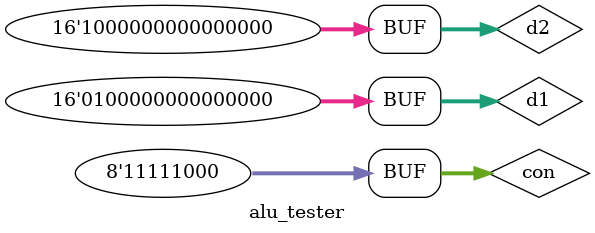
<source format=v>
`timescale 1ns / 1ps
module alu_tester();
	reg [15:0] d1, d2;
	reg [7:0] con;
	wire [15:0] out;
	wire n, z, c, v;

	ALU_16 ALU (
		.ALU_Data_In1(d1),
		.ALU_Data_In2(d2),
		.ALU_Control(con),
		.ALU_Data_Out(out),
		.N(n), 
		.Z(z), 
		.C(c), 
		.V(v)
		);

	initial
	begin
	
	d1 = 16'h0004;
	d2 = 16'h0002;
	con = 8'hf8;
	
	#1;
	
	d1 = 16'h0002;
	d2 = 16'h0004;
	con = 8'hf8;
	
	#1;
	
	d1 = 16'h8000;
	d2 = 16'h4000;
	con = 8'hf8;
	
	#1;
	
	d1 = 16'h4000;
	d2 = 16'h8000;
	con = 8'hf8;
	
	end
	
endmodule

</source>
